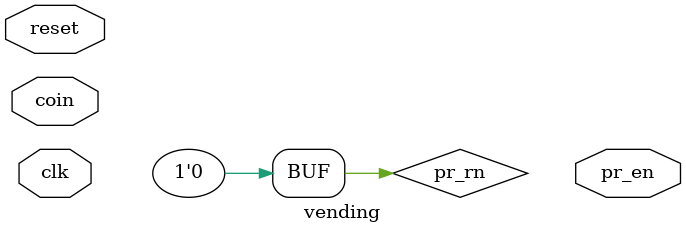
<source format=v>
module vending(input clk,reset,input [1:0]coin, output pr_en);
reg s;
reg [10:0] count;
parameter s0 = 000, s25 = 001, s50 = 010, s75 = 011, s100 = 100;
reg [2:0] state , next_state;

always@(*)begin
    case(state)
    s0 : next_state = coin[1] ? (coin [0] ? s0 : s100) : (coin [0] ? s50 : s25) ;
    s25 : next_state =  coin[1] ? (coin [0] ?  s25 :  s100) : (coin [0] ?  s75 :  s50) ;
    s50 :next_state =  coin[1] ? (coin [0] ?  s50 :  s100) : (coin [0] ?  s100 :  s75) ;
    s75 : next_state = coin[1] ? (coin [0] ?  s75 :  s100) : (coin [0] ?  s100 :  s100) ;
    s100 : next_state = s0;
    default : next_state = s0;

    endcase
end

always@(posedge clk)begin
    if(reset) state <= s0;
    else if(!s) state <= s0;
    else begin
        state<= next_state;
        s =1'b1;
        if(coin != 2'b11) count <= 11'd0;
end 
end

always@(posedge clk)begin
    if(state == next_state)begin
        count <= count + 1'b1;
        if(count == 11'd1280) s <= 1'b0;
    end
end

assign pr_rn = (state == s100);
endmodule
</source>
